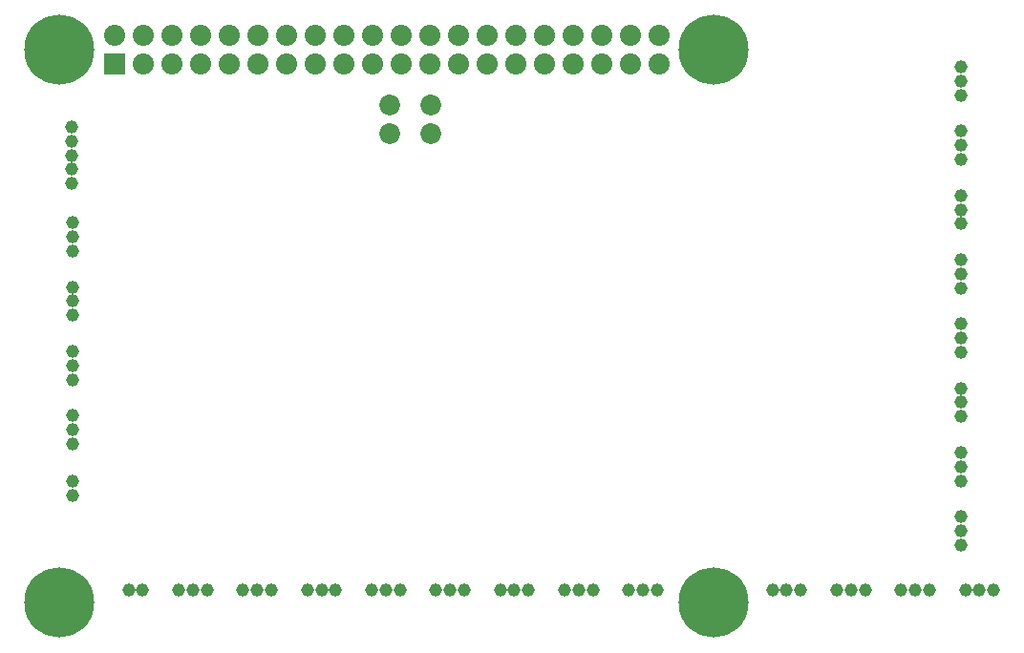
<source format=gbs>
G04*
G04 #@! TF.GenerationSoftware,Altium Limited,Altium Designer,22.2.1 (43)*
G04*
G04 Layer_Color=16711935*
%FSLAX25Y25*%
%MOIN*%
G70*
G04*
G04 #@! TF.SameCoordinates,97A6E9F3-C8AE-4924-B40C-96554566FD82*
G04*
G04*
G04 #@! TF.FilePolarity,Negative*
G04*
G01*
G75*
%ADD39C,0.04528*%
%ADD40C,0.24410*%
%ADD41C,0.07284*%
%ADD42C,0.07382*%
%ADD43R,0.07382X0.07382*%
D39*
X17992Y179764D02*
D03*
Y169921D02*
D03*
Y165000D02*
D03*
Y160079D02*
D03*
Y174843D02*
D03*
X18228Y56221D02*
D03*
Y51299D02*
D03*
X37913Y18228D02*
D03*
X42835D02*
D03*
X262638D02*
D03*
X267559D02*
D03*
X272480D02*
D03*
X18228Y136496D02*
D03*
Y141417D02*
D03*
Y146339D02*
D03*
Y114055D02*
D03*
Y118976D02*
D03*
Y123898D02*
D03*
Y91614D02*
D03*
Y96535D02*
D03*
Y101457D02*
D03*
Y69173D02*
D03*
Y74094D02*
D03*
Y79016D02*
D03*
X65276Y18228D02*
D03*
X60354D02*
D03*
X55433D02*
D03*
X87717D02*
D03*
X82795D02*
D03*
X77874D02*
D03*
X110158D02*
D03*
X105236D02*
D03*
X100315D02*
D03*
X132598D02*
D03*
X127677D02*
D03*
X122756D02*
D03*
X155039D02*
D03*
X150118D02*
D03*
X145197D02*
D03*
X177480D02*
D03*
X172559D02*
D03*
X167638D02*
D03*
X199921Y18228D02*
D03*
X195000D02*
D03*
X190079D02*
D03*
X222362D02*
D03*
X217441D02*
D03*
X212520D02*
D03*
X294921Y18228D02*
D03*
X290000D02*
D03*
X285079D02*
D03*
X317362D02*
D03*
X312441D02*
D03*
X307520D02*
D03*
X339803D02*
D03*
X334882D02*
D03*
X329961D02*
D03*
X328228Y43661D02*
D03*
Y38740D02*
D03*
Y33819D02*
D03*
X328228Y66102D02*
D03*
Y61181D02*
D03*
Y56260D02*
D03*
Y88583D02*
D03*
Y83661D02*
D03*
Y78740D02*
D03*
Y110984D02*
D03*
Y106063D02*
D03*
Y101142D02*
D03*
Y133425D02*
D03*
Y128504D02*
D03*
Y123583D02*
D03*
Y155866D02*
D03*
Y150945D02*
D03*
Y146024D02*
D03*
X328228Y178307D02*
D03*
Y173386D02*
D03*
Y168465D02*
D03*
Y200748D02*
D03*
Y195827D02*
D03*
Y190905D02*
D03*
D40*
X242126Y206693D02*
D03*
Y13780D02*
D03*
X13780D02*
D03*
Y206693D02*
D03*
D41*
X143268Y187638D02*
D03*
Y177638D02*
D03*
X129213Y187638D02*
D03*
Y177638D02*
D03*
D42*
X142953Y201689D02*
D03*
X132953D02*
D03*
X122953D02*
D03*
X112953D02*
D03*
X102953D02*
D03*
X92953D02*
D03*
X82953D02*
D03*
X72953D02*
D03*
X222953D02*
D03*
X212953D02*
D03*
X202953D02*
D03*
X192953D02*
D03*
X182953D02*
D03*
X172953D02*
D03*
X162953D02*
D03*
X152953D02*
D03*
X62953D02*
D03*
X52953D02*
D03*
X42953D02*
D03*
X142953Y211689D02*
D03*
X132953D02*
D03*
X122953D02*
D03*
X112953D02*
D03*
X102953D02*
D03*
X92953D02*
D03*
X82953D02*
D03*
X72953D02*
D03*
X222953D02*
D03*
X212953D02*
D03*
X202953D02*
D03*
X192953D02*
D03*
X182953D02*
D03*
X172953D02*
D03*
X162953D02*
D03*
X152953D02*
D03*
X62953D02*
D03*
X52953D02*
D03*
X42953D02*
D03*
X32953D02*
D03*
D43*
Y201689D02*
D03*
M02*

</source>
